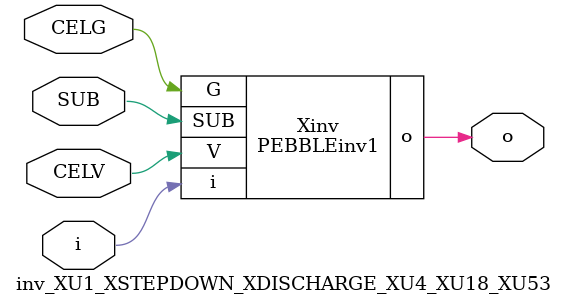
<source format=v>



module PEBBLEinv1 ( o, G, SUB, V, i );

  input V;
  input i;
  input G;
  output o;
  input SUB;
endmodule

//Celera Confidential Do Not Copy inv_XU1_XSTEPDOWN_XDISCHARGE_XU4_XU18_XU53
//Celera Confidential Symbol Generator
//5V Inverter
module inv_XU1_XSTEPDOWN_XDISCHARGE_XU4_XU18_XU53 (CELV,CELG,i,o,SUB);
input CELV;
input CELG;
input i;
input SUB;
output o;

//Celera Confidential Do Not Copy inv
PEBBLEinv1 Xinv(
.V (CELV),
.i (i),
.o (o),
.SUB (SUB),
.G (CELG)
);
//,diesize,PEBBLEinv1

//Celera Confidential Do Not Copy Module End
//Celera Schematic Generator
endmodule

</source>
